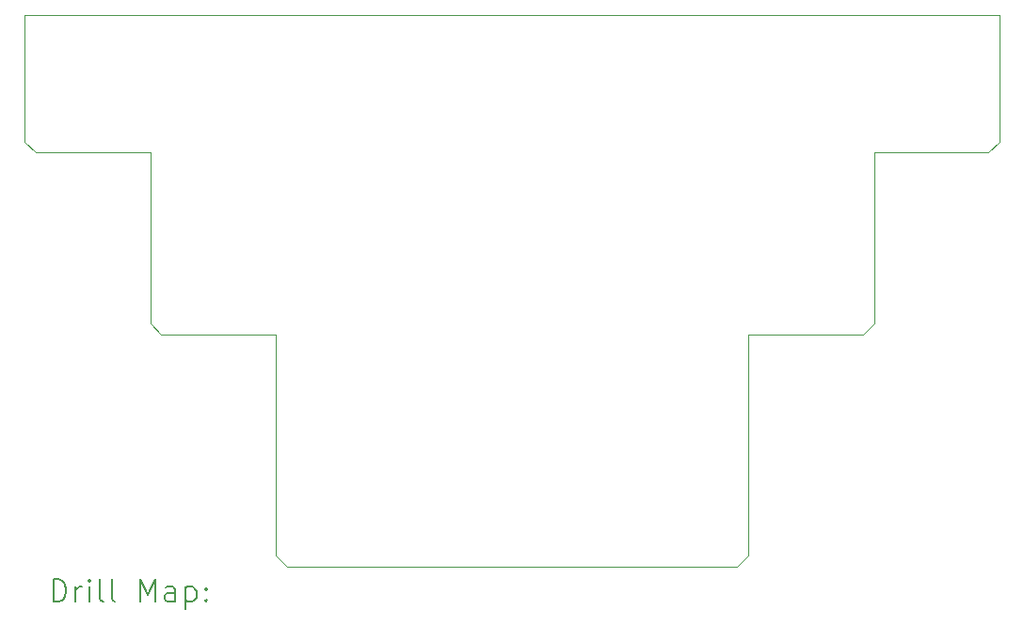
<source format=gbr>
%TF.GenerationSoftware,KiCad,Pcbnew,7.0.6*%
%TF.CreationDate,2023-07-22T14:17:16+02:00*%
%TF.ProjectId,esp-switch,6573702d-7377-4697-9463-682e6b696361,rev?*%
%TF.SameCoordinates,Original*%
%TF.FileFunction,Drillmap*%
%TF.FilePolarity,Positive*%
%FSLAX45Y45*%
G04 Gerber Fmt 4.5, Leading zero omitted, Abs format (unit mm)*
G04 Created by KiCad (PCBNEW 7.0.6) date 2023-07-22 14:17:16*
%MOMM*%
%LPD*%
G01*
G04 APERTURE LIST*
%ADD10C,0.050000*%
%ADD11C,0.200000*%
G04 APERTURE END LIST*
D10*
X2260000Y-4870000D02*
X2360000Y-4970000D01*
X2260000Y-2880000D02*
X2260000Y-4870000D01*
X6410000Y-4970000D02*
X2360000Y-4970000D01*
X8770000Y-1140000D02*
X8670000Y-1240000D01*
X7540000Y-2880000D02*
X7640000Y-2780000D01*
X6510000Y-2880000D02*
X6510000Y-4870000D01*
X0Y-1140000D02*
X100000Y-1240000D01*
X7640000Y-1240000D02*
X7640000Y-2780000D01*
X8770000Y0D02*
X8770000Y-1140000D01*
X1130000Y-2780000D02*
X1230000Y-2880000D01*
X1130000Y-1240000D02*
X100000Y-1240000D01*
X0Y0D02*
X8770000Y0D01*
X1130000Y-1240000D02*
X1130000Y-2780000D01*
X7540000Y-2880000D02*
X6510000Y-2880000D01*
X8670000Y-1240000D02*
X7640000Y-1240000D01*
X2260000Y-2880000D02*
X1230000Y-2880000D01*
X0Y0D02*
X0Y-1140000D01*
X6510000Y-4870000D02*
X6410000Y-4970000D01*
D11*
X258277Y-5283984D02*
X258277Y-5083984D01*
X258277Y-5083984D02*
X305896Y-5083984D01*
X305896Y-5083984D02*
X334467Y-5093508D01*
X334467Y-5093508D02*
X353515Y-5112555D01*
X353515Y-5112555D02*
X363039Y-5131603D01*
X363039Y-5131603D02*
X372562Y-5169698D01*
X372562Y-5169698D02*
X372562Y-5198270D01*
X372562Y-5198270D02*
X363039Y-5236365D01*
X363039Y-5236365D02*
X353515Y-5255412D01*
X353515Y-5255412D02*
X334467Y-5274460D01*
X334467Y-5274460D02*
X305896Y-5283984D01*
X305896Y-5283984D02*
X258277Y-5283984D01*
X458277Y-5283984D02*
X458277Y-5150650D01*
X458277Y-5188746D02*
X467801Y-5169698D01*
X467801Y-5169698D02*
X477324Y-5160174D01*
X477324Y-5160174D02*
X496372Y-5150650D01*
X496372Y-5150650D02*
X515420Y-5150650D01*
X582086Y-5283984D02*
X582086Y-5150650D01*
X582086Y-5083984D02*
X572563Y-5093508D01*
X572563Y-5093508D02*
X582086Y-5103031D01*
X582086Y-5103031D02*
X591610Y-5093508D01*
X591610Y-5093508D02*
X582086Y-5083984D01*
X582086Y-5083984D02*
X582086Y-5103031D01*
X705896Y-5283984D02*
X686848Y-5274460D01*
X686848Y-5274460D02*
X677324Y-5255412D01*
X677324Y-5255412D02*
X677324Y-5083984D01*
X810658Y-5283984D02*
X791610Y-5274460D01*
X791610Y-5274460D02*
X782086Y-5255412D01*
X782086Y-5255412D02*
X782086Y-5083984D01*
X1039229Y-5283984D02*
X1039229Y-5083984D01*
X1039229Y-5083984D02*
X1105896Y-5226841D01*
X1105896Y-5226841D02*
X1172563Y-5083984D01*
X1172563Y-5083984D02*
X1172563Y-5283984D01*
X1353515Y-5283984D02*
X1353515Y-5179222D01*
X1353515Y-5179222D02*
X1343991Y-5160174D01*
X1343991Y-5160174D02*
X1324944Y-5150650D01*
X1324944Y-5150650D02*
X1286848Y-5150650D01*
X1286848Y-5150650D02*
X1267801Y-5160174D01*
X1353515Y-5274460D02*
X1334467Y-5283984D01*
X1334467Y-5283984D02*
X1286848Y-5283984D01*
X1286848Y-5283984D02*
X1267801Y-5274460D01*
X1267801Y-5274460D02*
X1258277Y-5255412D01*
X1258277Y-5255412D02*
X1258277Y-5236365D01*
X1258277Y-5236365D02*
X1267801Y-5217317D01*
X1267801Y-5217317D02*
X1286848Y-5207793D01*
X1286848Y-5207793D02*
X1334467Y-5207793D01*
X1334467Y-5207793D02*
X1353515Y-5198270D01*
X1448753Y-5150650D02*
X1448753Y-5350650D01*
X1448753Y-5160174D02*
X1467801Y-5150650D01*
X1467801Y-5150650D02*
X1505896Y-5150650D01*
X1505896Y-5150650D02*
X1524943Y-5160174D01*
X1524943Y-5160174D02*
X1534467Y-5169698D01*
X1534467Y-5169698D02*
X1543991Y-5188746D01*
X1543991Y-5188746D02*
X1543991Y-5245889D01*
X1543991Y-5245889D02*
X1534467Y-5264936D01*
X1534467Y-5264936D02*
X1524943Y-5274460D01*
X1524943Y-5274460D02*
X1505896Y-5283984D01*
X1505896Y-5283984D02*
X1467801Y-5283984D01*
X1467801Y-5283984D02*
X1448753Y-5274460D01*
X1629705Y-5264936D02*
X1639229Y-5274460D01*
X1639229Y-5274460D02*
X1629705Y-5283984D01*
X1629705Y-5283984D02*
X1620182Y-5274460D01*
X1620182Y-5274460D02*
X1629705Y-5264936D01*
X1629705Y-5264936D02*
X1629705Y-5283984D01*
X1629705Y-5160174D02*
X1639229Y-5169698D01*
X1639229Y-5169698D02*
X1629705Y-5179222D01*
X1629705Y-5179222D02*
X1620182Y-5169698D01*
X1620182Y-5169698D02*
X1629705Y-5160174D01*
X1629705Y-5160174D02*
X1629705Y-5179222D01*
M02*

</source>
